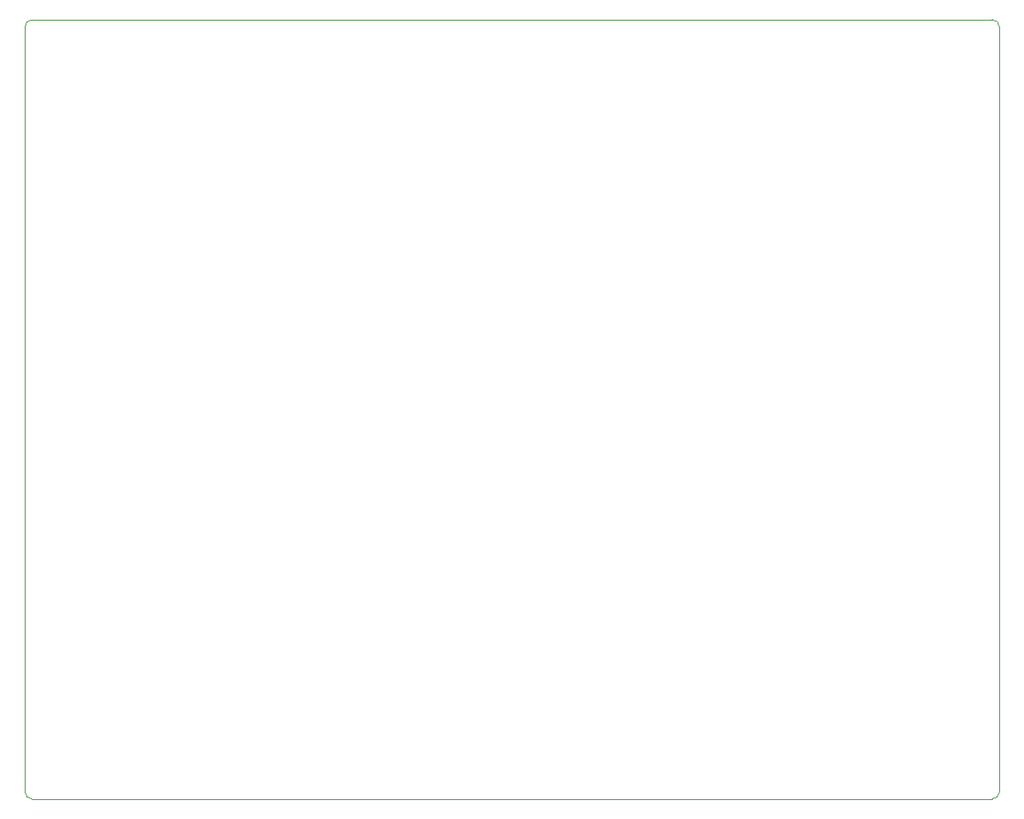
<source format=gko>
G04*
G04 #@! TF.GenerationSoftware,Altium Limited,Altium Designer,24.6.1 (21)*
G04*
G04 Layer_Color=16711935*
%FSLAX44Y44*%
%MOMM*%
G71*
G04*
G04 #@! TF.SameCoordinates,801A7B55-1520-438C-8D58-620F3B385FE8*
G04*
G04*
G04 #@! TF.FilePolarity,Positive*
G04*
G01*
G75*
%ADD29C,0.1000*%
D29*
X692500Y-595000D02*
G03*
X700000Y-587500I0J7500D01*
G01*
Y197500D02*
G03*
X692500Y205000I-7500J0D01*
G01*
X-292500D02*
G03*
X-300000Y197500I0J-7500D01*
G01*
Y-587500D02*
G03*
X-292500Y-595000I7500J0D01*
G01*
X-272500D02*
X692500D01*
X700000Y-587500D02*
Y197500D01*
X-292500Y205000D02*
X692500D01*
X-300000Y-587500D02*
Y197500D01*
X-292500Y-595000D02*
X-272500D01*
M02*

</source>
